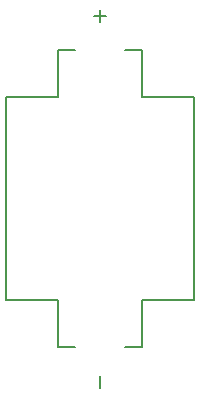
<source format=gbr>
%TF.GenerationSoftware,KiCad,Pcbnew,9.0.6*%
%TF.CreationDate,2025-11-18T16:50:13-05:00*%
%TF.ProjectId,Rev. 3,5265762e-2033-42e6-9b69-6361645f7063,rev?*%
%TF.SameCoordinates,Original*%
%TF.FileFunction,Legend,Bot*%
%TF.FilePolarity,Positive*%
%FSLAX46Y46*%
G04 Gerber Fmt 4.6, Leading zero omitted, Abs format (unit mm)*
G04 Created by KiCad (PCBNEW 9.0.6) date 2025-11-18 16:50:13*
%MOMM*%
%LPD*%
G01*
G04 APERTURE LIST*
%ADD10C,0.127000*%
G04 APERTURE END LIST*
D10*
%TO.C,BT1*%
X211167767Y-76697767D02*
X211167767Y-93897767D01*
X211167767Y-93897767D02*
X215637267Y-93897767D01*
X215637267Y-72722767D02*
X215637267Y-76697767D01*
X215637267Y-76697767D02*
X211167767Y-76697767D01*
X215637267Y-93897767D02*
X215637267Y-97872767D01*
X215637267Y-97872767D02*
X217092767Y-97872767D01*
X217092767Y-72722767D02*
X215637267Y-72722767D01*
X218667767Y-69797767D02*
X219667767Y-69797767D01*
X219167767Y-70297767D02*
X219167767Y-69297767D01*
X219167767Y-100297767D02*
X219167767Y-101297767D01*
X222698267Y-72722767D02*
X221242767Y-72722767D01*
X222698267Y-76697767D02*
X222698267Y-72722767D01*
X222698267Y-93897767D02*
X227167767Y-93897767D01*
X222698267Y-97872767D02*
X221242767Y-97872767D01*
X222698267Y-97872767D02*
X222698267Y-93897767D01*
X227167767Y-76697767D02*
X222698267Y-76697767D01*
X227167767Y-93897767D02*
X227167767Y-76697767D01*
%TD*%
M02*

</source>
